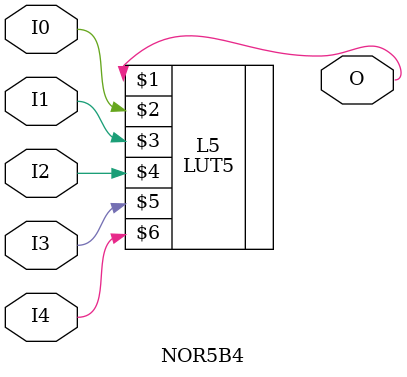
<source format=v>


`timescale  1 ps / 1 ps


module NOR5B4 (O, I0, I1, I2, I3, I4);

    output O;

    input  I0, I1, I2, I3, I4;

    LUT5 #(.INIT(32'h00008000)) L5 (O, I0, I1, I2, I3, I4);

endmodule

</source>
